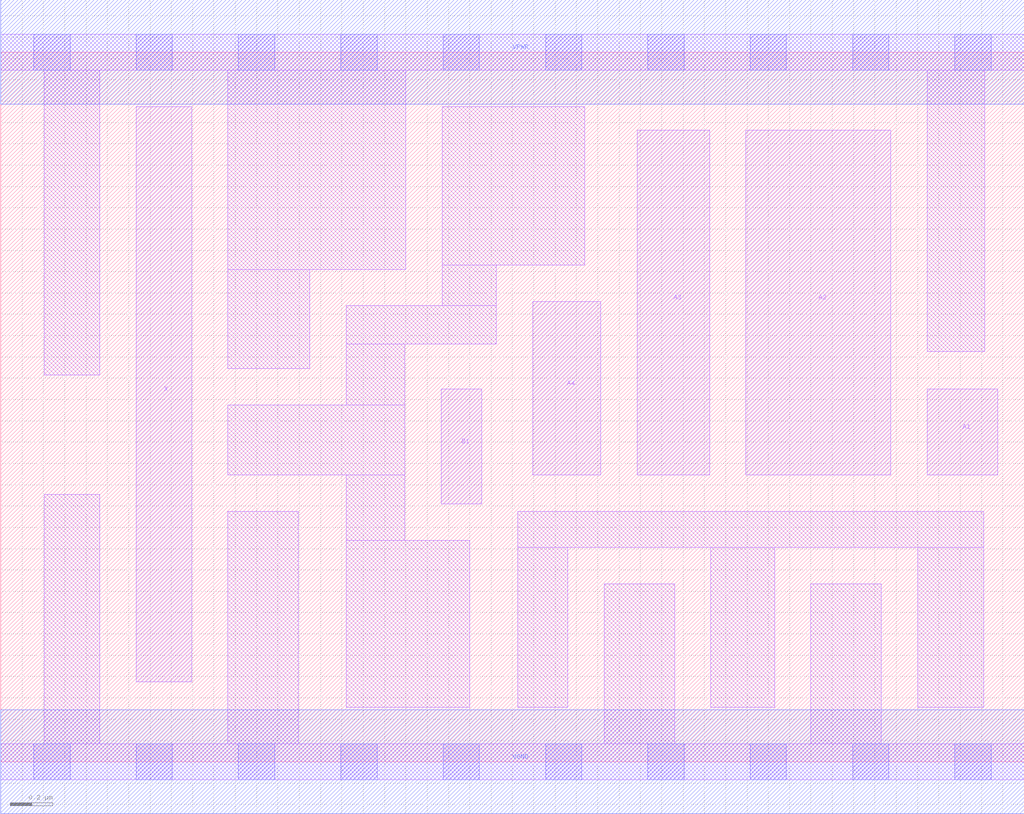
<source format=lef>
# Copyright 2020 The SkyWater PDK Authors
#
# Licensed under the Apache License, Version 2.0 (the "License");
# you may not use this file except in compliance with the License.
# You may obtain a copy of the License at
#
#     https://www.apache.org/licenses/LICENSE-2.0
#
# Unless required by applicable law or agreed to in writing, software
# distributed under the License is distributed on an "AS IS" BASIS,
# WITHOUT WARRANTIES OR CONDITIONS OF ANY KIND, either express or implied.
# See the License for the specific language governing permissions and
# limitations under the License.
#
# SPDX-License-Identifier: Apache-2.0

VERSION 5.7 ;
  NAMESCASESENSITIVE ON ;
  NOWIREEXTENSIONATPIN ON ;
  DIVIDERCHAR "/" ;
  BUSBITCHARS "[]" ;
UNITS
  DATABASE MICRONS 200 ;
END UNITS
MACRO sky130_fd_sc_lp__o41a_2
  CLASS CORE ;
  FOREIGN sky130_fd_sc_lp__o41a_2 ;
  ORIGIN  0.000000  0.000000 ;
  SIZE  4.800000 BY  3.330000 ;
  SYMMETRY X Y R90 ;
  SITE unit ;
  PIN A1
    ANTENNAGATEAREA  0.315000 ;
    DIRECTION INPUT ;
    USE SIGNAL ;
    PORT
      LAYER li1 ;
        RECT 4.345000 1.345000 4.675000 1.750000 ;
    END
  END A1
  PIN A2
    ANTENNAGATEAREA  0.315000 ;
    DIRECTION INPUT ;
    USE SIGNAL ;
    PORT
      LAYER li1 ;
        RECT 3.495000 1.345000 4.175000 2.965000 ;
    END
  END A2
  PIN A3
    ANTENNAGATEAREA  0.315000 ;
    DIRECTION INPUT ;
    USE SIGNAL ;
    PORT
      LAYER li1 ;
        RECT 2.985000 1.345000 3.325000 2.965000 ;
    END
  END A3
  PIN A4
    ANTENNAGATEAREA  0.315000 ;
    DIRECTION INPUT ;
    USE SIGNAL ;
    PORT
      LAYER li1 ;
        RECT 2.495000 1.345000 2.815000 2.160000 ;
    END
  END A4
  PIN B1
    ANTENNAGATEAREA  0.315000 ;
    DIRECTION INPUT ;
    USE SIGNAL ;
    PORT
      LAYER li1 ;
        RECT 2.065000 1.210000 2.255000 1.750000 ;
    END
  END B1
  PIN X
    ANTENNADIFFAREA  0.588000 ;
    DIRECTION OUTPUT ;
    USE SIGNAL ;
    PORT
      LAYER li1 ;
        RECT 0.635000 0.375000 0.895000 3.075000 ;
    END
  END X
  PIN VGND
    DIRECTION INOUT ;
    USE GROUND ;
    PORT
      LAYER met1 ;
        RECT 0.000000 -0.245000 4.800000 0.245000 ;
    END
  END VGND
  PIN VPWR
    DIRECTION INOUT ;
    USE POWER ;
    PORT
      LAYER met1 ;
        RECT 0.000000 3.085000 4.800000 3.575000 ;
    END
  END VPWR
  OBS
    LAYER li1 ;
      RECT 0.000000 -0.085000 4.800000 0.085000 ;
      RECT 0.000000  3.245000 4.800000 3.415000 ;
      RECT 0.205000  0.085000 0.465000 1.255000 ;
      RECT 0.205000  1.815000 0.465000 3.245000 ;
      RECT 1.065000  0.085000 1.395000 1.175000 ;
      RECT 1.065000  1.345000 1.895000 1.675000 ;
      RECT 1.065000  1.845000 1.450000 2.310000 ;
      RECT 1.065000  2.310000 1.900000 3.245000 ;
      RECT 1.620000  0.255000 2.200000 1.040000 ;
      RECT 1.620000  1.040000 1.895000 1.345000 ;
      RECT 1.620000  1.675000 1.895000 1.960000 ;
      RECT 1.620000  1.960000 2.325000 2.140000 ;
      RECT 2.070000  2.140000 2.325000 2.330000 ;
      RECT 2.070000  2.330000 2.740000 3.075000 ;
      RECT 2.425000  0.255000 2.660000 1.005000 ;
      RECT 2.425000  1.005000 4.610000 1.175000 ;
      RECT 2.830000  0.085000 3.160000 0.835000 ;
      RECT 3.330000  0.255000 3.630000 1.005000 ;
      RECT 3.800000  0.085000 4.130000 0.835000 ;
      RECT 4.300000  0.255000 4.610000 1.005000 ;
      RECT 4.345000  1.925000 4.615000 3.245000 ;
    LAYER mcon ;
      RECT 0.155000 -0.085000 0.325000 0.085000 ;
      RECT 0.155000  3.245000 0.325000 3.415000 ;
      RECT 0.635000 -0.085000 0.805000 0.085000 ;
      RECT 0.635000  3.245000 0.805000 3.415000 ;
      RECT 1.115000 -0.085000 1.285000 0.085000 ;
      RECT 1.115000  3.245000 1.285000 3.415000 ;
      RECT 1.595000 -0.085000 1.765000 0.085000 ;
      RECT 1.595000  3.245000 1.765000 3.415000 ;
      RECT 2.075000 -0.085000 2.245000 0.085000 ;
      RECT 2.075000  3.245000 2.245000 3.415000 ;
      RECT 2.555000 -0.085000 2.725000 0.085000 ;
      RECT 2.555000  3.245000 2.725000 3.415000 ;
      RECT 3.035000 -0.085000 3.205000 0.085000 ;
      RECT 3.035000  3.245000 3.205000 3.415000 ;
      RECT 3.515000 -0.085000 3.685000 0.085000 ;
      RECT 3.515000  3.245000 3.685000 3.415000 ;
      RECT 3.995000 -0.085000 4.165000 0.085000 ;
      RECT 3.995000  3.245000 4.165000 3.415000 ;
      RECT 4.475000 -0.085000 4.645000 0.085000 ;
      RECT 4.475000  3.245000 4.645000 3.415000 ;
  END
END sky130_fd_sc_lp__o41a_2
END LIBRARY

</source>
